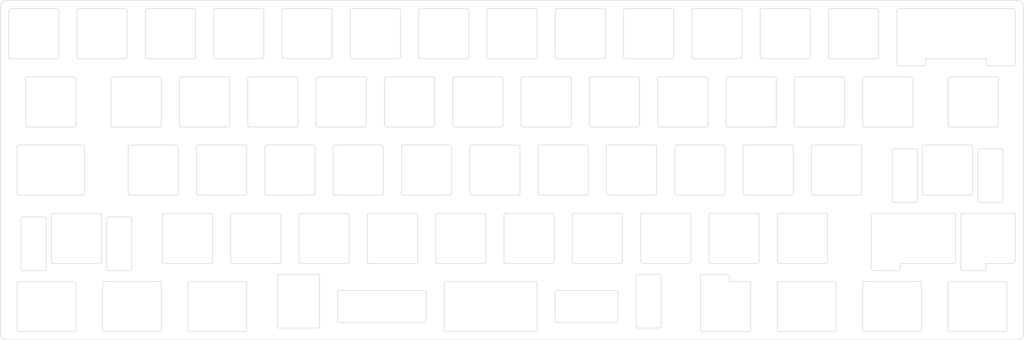
<source format=kicad_pcb>
(kicad_pcb (version 20171130) (host pcbnew 5.1.9)

  (general
    (thickness 1.6)
    (drawings 583)
    (tracks 0)
    (zones 0)
    (modules 0)
    (nets 1)
  )

  (page A4)
  (layers
    (0 F.Cu signal)
    (31 B.Cu signal)
    (32 B.Adhes user)
    (33 F.Adhes user)
    (34 B.Paste user)
    (35 F.Paste user)
    (36 B.SilkS user)
    (37 F.SilkS user)
    (38 B.Mask user)
    (39 F.Mask user)
    (40 Dwgs.User user)
    (41 Cmts.User user)
    (42 Eco1.User user)
    (43 Eco2.User user)
    (44 Edge.Cuts user)
    (45 Margin user)
    (46 B.CrtYd user)
    (47 F.CrtYd user)
    (48 B.Fab user)
    (49 F.Fab user)
  )

  (setup
    (last_trace_width 0.25)
    (trace_clearance 0.2)
    (zone_clearance 0.508)
    (zone_45_only no)
    (trace_min 0.2)
    (via_size 0.8)
    (via_drill 0.4)
    (via_min_size 0.4)
    (via_min_drill 0.3)
    (uvia_size 0.3)
    (uvia_drill 0.1)
    (uvias_allowed no)
    (uvia_min_size 0.2)
    (uvia_min_drill 0.1)
    (edge_width 0.05)
    (segment_width 0.2)
    (pcb_text_width 0.3)
    (pcb_text_size 1.5 1.5)
    (mod_edge_width 0.12)
    (mod_text_size 1 1)
    (mod_text_width 0.15)
    (pad_size 1.524 1.524)
    (pad_drill 0.762)
    (pad_to_mask_clearance 0)
    (aux_axis_origin 0 0)
    (visible_elements FFFFFF7F)
    (pcbplotparams
      (layerselection 0x010fc_ffffffff)
      (usegerberextensions true)
      (usegerberattributes true)
      (usegerberadvancedattributes true)
      (creategerberjobfile true)
      (excludeedgelayer true)
      (linewidth 0.100000)
      (plotframeref false)
      (viasonmask false)
      (mode 1)
      (useauxorigin false)
      (hpglpennumber 1)
      (hpglpenspeed 20)
      (hpglpendiameter 15.000000)
      (psnegative false)
      (psa4output false)
      (plotreference true)
      (plotvalue true)
      (plotinvisibletext false)
      (padsonsilk false)
      (subtractmaskfromsilk false)
      (outputformat 1)
      (mirror false)
      (drillshape 0)
      (scaleselection 1)
      (outputdirectory "gerber"))
  )

  (net 0 "")

  (net_class Default "This is the default net class."
    (clearance 0.2)
    (trace_width 0.25)
    (via_dia 0.8)
    (via_drill 0.4)
    (uvia_dia 0.3)
    (uvia_drill 0.1)
  )

  (gr_arc (start 298.317129 -61.641169) (end 298.817129 -61.641169) (angle -90) (layer Edge.Cuts) (width 0.15))
  (gr_arc (start 191.160879 -99.741169) (end 191.660879 -99.741169) (angle -90) (layer Edge.Cuts) (width 0.15))
  (gr_arc (start 48.285879 -105.791169) (end 48.285879 -105.291169) (angle -90) (layer Edge.Cuts) (width 0.15))
  (gr_line (start 38.254129 -60.641169) (end 38.254129 -46.641169) (layer Edge.Cuts) (width 0.15))
  (gr_arc (start 197.210879 -86.741169) (end 196.710879 -86.741169) (angle -90) (layer Edge.Cuts) (width 0.15))
  (gr_arc (start 73.385879 -105.791169) (end 72.885879 -105.791169) (angle -90) (layer Edge.Cuts) (width 0.15))
  (gr_line (start 154.348379 -48.141169) (end 167.348379 -48.141169) (layer Edge.Cuts) (width 0.15))
  (gr_arc (start 288.792129 -42.591169) (end 289.292129 -42.591169) (angle -90) (layer Edge.Cuts) (width 0.15))
  (gr_line (start 263.885879 -105.291169) (end 276.885879 -105.291169) (layer Edge.Cuts) (width 0.15))
  (gr_arc (start 182.923379 -67.691169) (end 182.423379 -67.691169) (angle -90) (layer Edge.Cuts) (width 0.15))
  (gr_arc (start 150.679629 -32.091169) (end 150.679629 -31.591169) (angle -90) (layer Edge.Cuts) (width 0.15))
  (gr_line (start 257.835879 -119.291169) (end 244.835879 -119.291169) (layer Edge.Cuts) (width 0.15))
  (gr_line (start 124.985879 -105.791169) (end 124.985879 -118.791169) (layer Edge.Cuts) (width 0.15))
  (gr_line (start 157.823379 -81.191169) (end 144.823379 -81.191169) (layer Edge.Cuts) (width 0.15))
  (gr_line (start 60.979629 -42.591169) (end 60.979629 -29.591169) (layer Edge.Cuts) (width 0.15))
  (gr_arc (start 92.435879 -105.791169) (end 91.935879 -105.791169) (angle -90) (layer Edge.Cuts) (width 0.15))
  (gr_arc (start 234.023379 -80.691169) (end 234.523379 -80.691169) (angle -90) (layer Edge.Cuts) (width 0.15))
  (gr_line (start 195.923379 -81.191169) (end 182.923379 -81.191169) (layer Edge.Cuts) (width 0.15))
  (gr_line (start 241.167129 -43.091169) (end 235.785879 -43.091169) (layer Edge.Cuts) (width 0.15))
  (gr_line (start 77.360879 -86.741169) (end 77.360879 -99.741169) (layer Edge.Cuts) (width 0.15))
  (gr_arc (start 135.298379 -61.641169) (end 135.298379 -62.141169) (angle -90) (layer Edge.Cuts) (width 0.15))
  (gr_line (start 96.410879 -86.741169) (end 96.410879 -99.741169) (layer Edge.Cuts) (width 0.15))
  (gr_line (start 168.635879 -105.291169) (end 181.635879 -105.291169) (layer Edge.Cuts) (width 0.15))
  (gr_line (start 224.998379 -48.641169) (end 224.998379 -61.641169) (layer Edge.Cuts) (width 0.15))
  (gr_arc (start 235.285879 -44.591169) (end 235.785879 -44.591169) (angle -90) (layer Edge.Cuts) (width 0.15))
  (gr_arc (start 240.073379 -80.691169) (end 240.073379 -81.191169) (angle -90) (layer Edge.Cuts) (width 0.15))
  (gr_arc (start 264.979629 -42.591169) (end 265.479629 -42.591169) (angle -90) (layer Edge.Cuts) (width 0.15))
  (gr_line (start 289.579629 -80.691169) (end 289.579629 -67.691169) (layer Edge.Cuts) (width 0.15))
  (gr_line (start 272.123379 -81.191169) (end 259.123379 -81.191169) (layer Edge.Cuts) (width 0.15))
  (gr_arc (start 114.960879 -99.741169) (end 115.460879 -99.741169) (angle -90) (layer Edge.Cuts) (width 0.15))
  (gr_arc (start 262.598379 -48.641169) (end 262.598379 -48.141169) (angle -90) (layer Edge.Cuts) (width 0.15))
  (gr_line (start 310.223379 -100.241169) (end 297.223379 -100.241169) (layer Edge.Cuts) (width 0.15))
  (gr_arc (start 192.448379 -61.641169) (end 192.448379 -62.141169) (angle -90) (layer Edge.Cuts) (width 0.15))
  (gr_line (start 153.560879 -86.741169) (end 153.560879 -99.741169) (layer Edge.Cuts) (width 0.15))
  (gr_line (start 120.510879 -99.741169) (end 120.510879 -86.741169) (layer Edge.Cuts) (width 0.15))
  (gr_arc (start 100.673379 -80.691169) (end 101.173379 -80.691169) (angle -90) (layer Edge.Cuts) (width 0.15))
  (gr_line (start 91.648379 -48.641169) (end 91.648379 -61.641169) (layer Edge.Cuts) (width 0.15))
  (gr_line (start 44.754129 -61.141169) (end 38.754129 -61.141169) (layer Edge.Cuts) (width 0.15))
  (gr_arc (start 210.210879 -99.741169) (end 210.710879 -99.741169) (angle -90) (layer Edge.Cuts) (width 0.15))
  (gr_line (start 91.148379 -62.141169) (end 78.148379 -62.141169) (layer Edge.Cuts) (width 0.15))
  (gr_line (start 67.335879 -119.291169) (end 54.335879 -119.291169) (layer Edge.Cuts) (width 0.15))
  (gr_line (start 235.285879 -45.091169) (end 228.167129 -45.091169) (layer Edge.Cuts) (width 0.15))
  (gr_arc (start 216.260879 -86.741169) (end 215.760879 -86.741169) (angle -90) (layer Edge.Cuts) (width 0.15))
  (gr_line (start 125.273379 -80.691169) (end 125.273379 -67.691169) (layer Edge.Cuts) (width 0.15))
  (gr_arc (start 97.198379 -61.641169) (end 97.198379 -62.141169) (angle -90) (layer Edge.Cuts) (width 0.15))
  (gr_line (start 34.785879 -118.791169) (end 34.785879 -105.791169) (layer Edge.Cuts) (width 0.15))
  (gr_line (start 249.098379 -42.591169) (end 249.098379 -29.591169) (layer Edge.Cuts) (width 0.15))
  (gr_arc (start 253.073379 -67.691169) (end 253.073379 -67.191169) (angle -90) (layer Edge.Cuts) (width 0.15))
  (gr_arc (start 61.479629 -29.591169) (end 60.979629 -29.591169) (angle -90) (layer Edge.Cuts) (width 0.15))
  (gr_line (start 205.948379 -48.641169) (end 205.948379 -61.641169) (layer Edge.Cuts) (width 0.15))
  (gr_line (start 307.898879 -103.291169) (end 314.985879 -103.291169) (layer Edge.Cuts) (width 0.15))
  (gr_line (start 248.310879 -100.241169) (end 235.310879 -100.241169) (layer Edge.Cuts) (width 0.15))
  (gr_line (start 228.167129 -29.091169) (end 241.167129 -29.091169) (layer Edge.Cuts) (width 0.15))
  (gr_arc (start 40.048379 -99.741169) (end 40.048379 -100.241169) (angle -90) (layer Edge.Cuts) (width 0.15))
  (gr_line (start 204.179629 -31.591169) (end 187.685879 -31.591169) (layer Edge.Cuts) (width 0.15))
  (gr_arc (start 275.792129 -46.641169) (end 275.292129 -46.641169) (angle -90) (layer Edge.Cuts) (width 0.15))
  (gr_line (start 187.185879 -118.791169) (end 187.185879 -105.791169) (layer Edge.Cuts) (width 0.15))
  (gr_arc (start 81.623379 -80.691169) (end 82.123379 -80.691169) (angle -90) (layer Edge.Cuts) (width 0.15))
  (gr_line (start 68.630129 -61.141169) (end 62.630129 -61.141169) (layer Edge.Cuts) (width 0.15))
  (gr_line (start 68.123379 -80.691169) (end 68.123379 -67.691169) (layer Edge.Cuts) (width 0.15))
  (gr_line (start 300.755129 -46.141169) (end 306.755129 -46.141169) (layer Edge.Cuts) (width 0.15))
  (gr_arc (start 125.773379 -67.691169) (end 125.273379 -67.691169) (angle -90) (layer Edge.Cuts) (width 0.15))
  (gr_arc (start 298.317129 -48.641169) (end 298.317129 -48.141169) (angle -90) (layer Edge.Cuts) (width 0.15))
  (gr_arc (start 76.860879 -29.591169) (end 76.860879 -29.091169) (angle -90) (layer Edge.Cuts) (width 0.15))
  (gr_arc (start 159.110879 -99.741169) (end 159.110879 -100.241169) (angle -90) (layer Edge.Cuts) (width 0.15))
  (gr_arc (start 176.873379 -67.691169) (end 176.873379 -67.191169) (angle -90) (layer Edge.Cuts) (width 0.15))
  (gr_arc (start 61.479629 -42.591169) (end 61.479629 -43.091169) (angle -90) (layer Edge.Cuts) (width 0.15))
  (gr_arc (start 67.335879 -118.791169) (end 67.835879 -118.791169) (angle -90) (layer Edge.Cuts) (width 0.15))
  (gr_arc (start 282.935879 -118.791169) (end 282.935879 -119.291169) (angle -90) (layer Edge.Cuts) (width 0.15))
  (gr_arc (start 150.679629 -40.091169) (end 151.179629 -40.091169) (angle -90) (layer Edge.Cuts) (width 0.15))
  (gr_line (start 61.479629 -29.091169) (end 76.860879 -29.091169) (layer Edge.Cuts) (width 0.15))
  (gr_arc (start 53.048379 -86.741169) (end 53.048379 -86.241169) (angle -90) (layer Edge.Cuts) (width 0.15))
  (gr_arc (start 181.635879 -29.591169) (end 181.635879 -29.091169) (angle -90) (layer Edge.Cuts) (width 0.15))
  (gr_line (start 187.685879 -40.591169) (end 204.179629 -40.591169) (layer Edge.Cuts) (width 0.15))
  (gr_arc (start 248.310879 -99.741169) (end 248.810879 -99.741169) (angle -90) (layer Edge.Cuts) (width 0.15))
  (gr_arc (start 85.292129 -29.591169) (end 84.792129 -29.591169) (angle -90) (layer Edge.Cuts) (width 0.15))
  (gr_line (start 76.860879 -100.241169) (end 63.860879 -100.241169) (layer Edge.Cuts) (width 0.15))
  (gr_line (start 162.585879 -119.291169) (end 149.585879 -119.291169) (layer Edge.Cuts) (width 0.15))
  (gr_arc (start 37.667129 -67.691169) (end 37.167129 -67.691169) (angle -90) (layer Edge.Cuts) (width 0.15))
  (gr_line (start 172.898379 -61.641169) (end 172.898379 -48.641169) (layer Edge.Cuts) (width 0.15))
  (gr_line (start 110.229629 -30.091169) (end 120.985879 -30.091169) (layer Edge.Cuts) (width 0.15))
  (gr_line (start 253.860879 -99.741169) (end 253.860879 -86.741169) (layer Edge.Cuts) (width 0.15))
  (gr_line (start 140.060879 -86.241169) (end 153.060879 -86.241169) (layer Edge.Cuts) (width 0.15))
  (gr_arc (start 273.410879 -99.741169) (end 273.410879 -100.241169) (angle -90) (layer Edge.Cuts) (width 0.15))
  (gr_arc (start 62.630129 -46.641169) (end 62.130129 -46.641169) (angle -90) (layer Edge.Cuts) (width 0.15))
  (gr_arc (start 172.110879 -86.741169) (end 172.110879 -86.241169) (angle -90) (layer Edge.Cuts) (width 0.15))
  (gr_arc (start 47.192129 -48.641169) (end 46.692129 -48.641169) (angle -90) (layer Edge.Cuts) (width 0.15))
  (gr_arc (start 312.604629 -42.591169) (end 313.104629 -42.591169) (angle -90) (layer Edge.Cuts) (width 0.15))
  (gr_line (start 81.623379 -81.191169) (end 68.623379 -81.191169) (layer Edge.Cuts) (width 0.15))
  (gr_arc (start 230.548379 -61.641169) (end 230.548379 -62.141169) (angle -90) (layer Edge.Cuts) (width 0.15))
  (gr_line (start 135.298379 -48.141169) (end 148.298379 -48.141169) (layer Edge.Cuts) (width 0.15))
  (gr_arc (start 140.060879 -99.741169) (end 140.060879 -100.241169) (angle -90) (layer Edge.Cuts) (width 0.15))
  (gr_arc (start 138.773379 -80.691169) (end 139.273379 -80.691169) (angle -90) (layer Edge.Cuts) (width 0.15))
  (gr_arc (start 297.223379 -29.591169) (end 296.723379 -29.591169) (angle -90) (layer Edge.Cuts) (width 0.15))
  (gr_line (start 248.810879 -86.741169) (end 248.810879 -99.741169) (layer Edge.Cuts) (width 0.15))
  (gr_line (start 116.248379 -48.141169) (end 129.248379 -48.141169) (layer Edge.Cuts) (width 0.15))
  (gr_arc (start 238.785879 -118.791169) (end 239.285879 -118.791169) (angle -90) (layer Edge.Cuts) (width 0.15))
  (gr_arc (start 244.835879 -118.791169) (end 244.835879 -119.291169) (angle -90) (layer Edge.Cuts) (width 0.15))
  (gr_arc (start 156.729629 -42.591169) (end 156.729629 -43.091169) (angle -90) (layer Edge.Cuts) (width 0.15))
  (gr_arc (start 37.667129 -29.591169) (end 37.167129 -29.591169) (angle -90) (layer Edge.Cuts) (width 0.15))
  (gr_line (start 216.229629 -45.091169) (end 210.229629 -45.091169) (layer Edge.Cuts) (width 0.15))
  (gr_arc (start 53.048379 -99.741169) (end 53.548379 -99.741169) (angle -90) (layer Edge.Cuts) (width 0.15))
  (gr_arc (start 120.985879 -30.591169) (end 120.985879 -30.091169) (angle -90) (layer Edge.Cuts) (width 0.15))
  (gr_arc (start 40.048379 -86.741169) (end 39.548379 -86.741169) (angle -90) (layer Edge.Cuts) (width 0.15))
  (gr_arc (start 60.192129 -48.641169) (end 60.192129 -48.141169) (angle -90) (layer Edge.Cuts) (width 0.15))
  (gr_line (start 303.579629 -67.691169) (end 303.579629 -80.691169) (layer Edge.Cuts) (width 0.15))
  (gr_arc (start 197.210879 -99.741169) (end 197.210879 -100.241169) (angle -90) (layer Edge.Cuts) (width 0.15))
  (gr_arc (start 216.229629 -44.591169) (end 216.729629 -44.591169) (angle -90) (layer Edge.Cuts) (width 0.15))
  (gr_arc (start 259.123379 -67.691169) (end 258.623379 -67.691169) (angle -90) (layer Edge.Cuts) (width 0.15))
  (gr_line (start 264.979629 -43.091169) (end 249.598379 -43.091169) (layer Edge.Cuts) (width 0.15))
  (gr_arc (start 153.060879 -99.741169) (end 153.560879 -99.741169) (angle -90) (layer Edge.Cuts) (width 0.15))
  (gr_line (start 201.185879 -105.791169) (end 201.185879 -118.791169) (layer Edge.Cuts) (width 0.15))
  (gr_arc (start 287.641629 -79.691169) (end 288.141629 -79.691169) (angle -90) (layer Edge.Cuts) (width 0.15))
  (gr_arc (start 119.723379 -80.691169) (end 120.223379 -80.691169) (angle -90) (layer Edge.Cuts) (width 0.15))
  (gr_arc (start 249.598379 -61.641169) (end 249.598379 -62.141169) (angle -90) (layer Edge.Cuts) (width 0.15))
  (gr_line (start 191.660879 -86.741169) (end 191.660879 -99.741169) (layer Edge.Cuts) (width 0.15))
  (gr_arc (start 300.755129 -46.641169) (end 300.255129 -46.641169) (angle -90) (layer Edge.Cuts) (width 0.15))
  (gr_arc (start 35.285879 -105.791169) (end 34.785879 -105.791169) (angle -90) (layer Edge.Cuts) (width 0.15))
  (gr_line (start 313.104629 -29.591169) (end 313.104629 -42.591169) (layer Edge.Cuts) (width 0.15))
  (gr_line (start 148.798379 -48.641169) (end 148.798379 -61.641169) (layer Edge.Cuts) (width 0.15))
  (gr_line (start 73.385879 -105.291169) (end 86.385879 -105.291169) (layer Edge.Cuts) (width 0.15))
  (gr_line (start 210.210879 -100.241169) (end 197.210879 -100.241169) (layer Edge.Cuts) (width 0.15))
  (gr_line (start 101.173379 -29.591169) (end 101.173379 -42.591169) (layer Edge.Cuts) (width 0.15))
  (gr_arc (start 97.198379 -48.641169) (end 96.698379 -48.641169) (angle -90) (layer Edge.Cuts) (width 0.15))
  (gr_line (start 32.460879 -119.616169) (end 32.460879 -28.766169) (layer Edge.Cuts) (width 0.15))
  (gr_line (start 144.823379 -67.191169) (end 157.823379 -67.191169) (layer Edge.Cuts) (width 0.15))
  (gr_line (start 92.435879 -105.291169) (end 105.435879 -105.291169) (layer Edge.Cuts) (width 0.15))
  (gr_line (start 206.235879 -118.791169) (end 206.235879 -105.791169) (layer Edge.Cuts) (width 0.15))
  (gr_arc (start 148.298379 -61.641169) (end 148.798379 -61.641169) (angle -90) (layer Edge.Cuts) (width 0.15))
  (gr_line (start 276.885879 -119.291169) (end 263.885879 -119.291169) (layer Edge.Cuts) (width 0.15))
  (gr_line (start 91.935879 -118.791169) (end 91.935879 -105.791169) (layer Edge.Cuts) (width 0.15))
  (gr_line (start 72.885879 -118.791169) (end 72.885879 -105.791169) (layer Edge.Cuts) (width 0.15))
  (gr_line (start 244.835879 -105.291169) (end 257.835879 -105.291169) (layer Edge.Cuts) (width 0.15))
  (gr_line (start 186.898379 -48.641169) (end 186.898379 -61.641169) (layer Edge.Cuts) (width 0.15))
  (gr_line (start 253.573379 -67.691169) (end 253.573379 -80.691169) (layer Edge.Cuts) (width 0.15))
  (gr_line (start 156.729629 -29.091169) (end 181.635879 -29.091169) (layer Edge.Cuts) (width 0.15))
  (gr_arc (start 307.898879 -103.791169) (end 307.398879 -103.791169) (angle -90) (layer Edge.Cuts) (width 0.15))
  (gr_arc (start 259.123379 -80.691169) (end 259.123379 -81.191169) (angle -90) (layer Edge.Cuts) (width 0.15))
  (gr_line (start 182.135879 -105.791169) (end 182.135879 -118.791169) (layer Edge.Cuts) (width 0.15))
  (gr_line (start 235.785879 -43.091169) (end 235.785879 -44.591169) (layer Edge.Cuts) (width 0.15))
  (gr_arc (start 210.229629 -30.591169) (end 209.729629 -30.591169) (angle -90) (layer Edge.Cuts) (width 0.15))
  (gr_arc (start 310.223379 -99.741169) (end 310.723379 -99.741169) (angle -90) (layer Edge.Cuts) (width 0.15))
  (gr_arc (start 315.810879 -28.766169) (end 315.810879 -26.766169) (angle -90) (layer Edge.Cuts) (width 0.15))
  (gr_line (start 134.010879 -100.241169) (end 121.010879 -100.241169) (layer Edge.Cuts) (width 0.15))
  (gr_arc (start 168.635879 -105.791169) (end 168.135879 -105.791169) (angle -90) (layer Edge.Cuts) (width 0.15))
  (gr_line (start 305.017629 -79.691169) (end 305.017629 -65.691169) (layer Edge.Cuts) (width 0.15))
  (gr_arc (start 191.160879 -86.741169) (end 191.160879 -86.241169) (angle -90) (layer Edge.Cuts) (width 0.15))
  (gr_arc (start 157.823379 -67.691169) (end 157.823379 -67.191169) (angle -90) (layer Edge.Cuts) (width 0.15))
  (gr_line (start 172.110879 -100.241169) (end 159.110879 -100.241169) (layer Edge.Cuts) (width 0.15))
  (gr_arc (start 314.985879 -48.641169) (end 314.985879 -48.141169) (angle -90) (layer Edge.Cuts) (width 0.15))
  (gr_line (start 197.210879 -86.241169) (end 210.210879 -86.241169) (layer Edge.Cuts) (width 0.15))
  (gr_line (start 106.223379 -80.691169) (end 106.223379 -67.691169) (layer Edge.Cuts) (width 0.15))
  (gr_arc (start 110.198379 -61.641169) (end 110.698379 -61.641169) (angle -90) (layer Edge.Cuts) (width 0.15))
  (gr_line (start 177.660879 -99.741169) (end 177.660879 -86.741169) (layer Edge.Cuts) (width 0.15))
  (gr_line (start 100.673379 -43.091169) (end 85.292129 -43.091169) (layer Edge.Cuts) (width 0.15))
  (gr_line (start 216.260879 -86.241169) (end 229.260879 -86.241169) (layer Edge.Cuts) (width 0.15))
  (gr_line (start 227.667129 -44.591169) (end 227.667129 -29.591169) (layer Edge.Cuts) (width 0.15))
  (gr_arc (start 106.723379 -80.691169) (end 106.723379 -81.191169) (angle -90) (layer Edge.Cuts) (width 0.15))
  (gr_arc (start 129.248379 -61.641169) (end 129.748379 -61.641169) (angle -90) (layer Edge.Cuts) (width 0.15))
  (gr_line (start 307.398879 -105.291169) (end 307.398879 -103.791169) (layer Edge.Cuts) (width 0.15))
  (gr_arc (start 290.022879 -103.791169) (end 290.022879 -103.291169) (angle -90) (layer Edge.Cuts) (width 0.15))
  (gr_line (start 121.485879 -30.591169) (end 121.485879 -44.591169) (layer Edge.Cuts) (width 0.15))
  (gr_arc (start 54.335879 -118.791169) (end 54.335879 -119.291169) (angle -90) (layer Edge.Cuts) (width 0.15))
  (gr_line (start 221.023379 -67.191169) (end 234.023379 -67.191169) (layer Edge.Cuts) (width 0.15))
  (gr_arc (start 167.348379 -61.641169) (end 167.848379 -61.641169) (angle -90) (layer Edge.Cuts) (width 0.15))
  (gr_arc (start 149.585879 -105.791169) (end 149.085879 -105.791169) (angle -90) (layer Edge.Cuts) (width 0.15))
  (gr_arc (start 241.167129 -29.591169) (end 241.167129 -29.091169) (angle -90) (layer Edge.Cuts) (width 0.15))
  (gr_line (start 149.585879 -105.291169) (end 162.585879 -105.291169) (layer Edge.Cuts) (width 0.15))
  (gr_arc (start 221.023379 -80.691169) (end 221.023379 -81.191169) (angle -90) (layer Edge.Cuts) (width 0.15))
  (gr_arc (start 254.360879 -86.741169) (end 253.860879 -86.741169) (angle -90) (layer Edge.Cuts) (width 0.15))
  (gr_arc (start 162.585879 -118.791169) (end 163.085879 -118.791169) (angle -90) (layer Edge.Cuts) (width 0.15))
  (gr_arc (start 297.223379 -86.741169) (end 296.723379 -86.741169) (angle -90) (layer Edge.Cuts) (width 0.15))
  (gr_arc (start 216.260879 -99.741169) (end 216.260879 -100.241169) (angle -90) (layer Edge.Cuts) (width 0.15))
  (gr_arc (start 267.360879 -99.741169) (end 267.860879 -99.741169) (angle -90) (layer Edge.Cuts) (width 0.15))
  (gr_line (start 187.685879 -105.291169) (end 200.685879 -105.291169) (layer Edge.Cuts) (width 0.15))
  (gr_line (start 283.379129 -46.641169) (end 283.379129 -48.141169) (layer Edge.Cuts) (width 0.15))
  (gr_line (start 239.285879 -105.791169) (end 239.285879 -118.791169) (layer Edge.Cuts) (width 0.15))
  (gr_line (start 110.698379 -48.641169) (end 110.698379 -61.641169) (layer Edge.Cuts) (width 0.15))
  (gr_arc (start 172.110879 -99.741169) (end 172.610879 -99.741169) (angle -90) (layer Edge.Cuts) (width 0.15))
  (gr_arc (start 55.429629 -80.691169) (end 55.929629 -80.691169) (angle -90) (layer Edge.Cuts) (width 0.15))
  (gr_line (start 298.817129 -48.641169) (end 298.817129 -61.641169) (layer Edge.Cuts) (width 0.15))
  (gr_line (start 177.373379 -67.691169) (end 177.373379 -80.691169) (layer Edge.Cuts) (width 0.15))
  (gr_line (start 77.648379 -61.641169) (end 77.648379 -48.641169) (layer Edge.Cuts) (width 0.15))
  (gr_arc (start 178.160879 -99.741169) (end 178.160879 -100.241169) (angle -90) (layer Edge.Cuts) (width 0.15))
  (gr_line (start 158.323379 -67.691169) (end 158.323379 -80.691169) (layer Edge.Cuts) (width 0.15))
  (gr_arc (start 86.385879 -118.791169) (end 86.885879 -118.791169) (angle -90) (layer Edge.Cuts) (width 0.15))
  (gr_line (start 163.373379 -80.691169) (end 163.373379 -67.691169) (layer Edge.Cuts) (width 0.15))
  (gr_line (start 263.385879 -118.791169) (end 263.385879 -105.791169) (layer Edge.Cuts) (width 0.15))
  (gr_line (start 144.035879 -105.791169) (end 144.035879 -118.791169) (layer Edge.Cuts) (width 0.15))
  (gr_line (start 127.035879 -40.591169) (end 150.679629 -40.591169) (layer Edge.Cuts) (width 0.15))
  (gr_arc (start 257.835879 -118.791169) (end 258.335879 -118.791169) (angle -90) (layer Edge.Cuts) (width 0.15))
  (gr_line (start 182.923379 -67.191169) (end 195.923379 -67.191169) (layer Edge.Cuts) (width 0.15))
  (gr_arc (start 124.485879 -118.791169) (end 124.985879 -118.791169) (angle -90) (layer Edge.Cuts) (width 0.15))
  (gr_line (start 86.385879 -119.291169) (end 73.385879 -119.291169) (layer Edge.Cuts) (width 0.15))
  (gr_line (start 53.048379 -100.241169) (end 40.048379 -100.241169) (layer Edge.Cuts) (width 0.15))
  (gr_line (start 84.792129 -42.591169) (end 84.792129 -29.591169) (layer Edge.Cuts) (width 0.15))
  (gr_line (start 110.985879 -118.791169) (end 110.985879 -105.791169) (layer Edge.Cuts) (width 0.15))
  (gr_arc (start 240.073379 -67.691169) (end 239.573379 -67.691169) (angle -90) (layer Edge.Cuts) (width 0.15))
  (gr_line (start 317.810879 -28.766169) (end 317.810879 -119.616169) (layer Edge.Cuts) (width 0.15))
  (gr_line (start 286.910879 -86.741169) (end 286.910879 -99.741169) (layer Edge.Cuts) (width 0.15))
  (gr_arc (start 281.641629 -65.691169) (end 281.141629 -65.691169) (angle -90) (layer Edge.Cuts) (width 0.15))
  (gr_line (start 272.910879 -99.741169) (end 272.910879 -86.741169) (layer Edge.Cuts) (width 0.15))
  (gr_arc (start 44.754129 -46.641169) (end 44.754129 -46.141169) (angle -90) (layer Edge.Cuts) (width 0.15))
  (gr_line (start 314.985879 -62.141169) (end 300.755129 -62.141169) (layer Edge.Cuts) (width 0.15))
  (gr_arc (start 219.735879 -118.791169) (end 220.235879 -118.791169) (angle -90) (layer Edge.Cuts) (width 0.15))
  (gr_line (start 35.285879 -105.291169) (end 48.285879 -105.291169) (layer Edge.Cuts) (width 0.15))
  (gr_arc (start 44.754129 -60.641169) (end 45.254129 -60.641169) (angle -90) (layer Edge.Cuts) (width 0.15))
  (gr_line (start 119.723379 -81.191169) (end 106.723379 -81.191169) (layer Edge.Cuts) (width 0.15))
  (gr_line (start 76.860879 -43.091169) (end 61.479629 -43.091169) (layer Edge.Cuts) (width 0.15))
  (gr_arc (start 38.754129 -60.641169) (end 38.754129 -61.141169) (angle -90) (layer Edge.Cuts) (width 0.15))
  (gr_arc (start 144.823379 -67.691169) (end 144.323379 -67.691169) (angle -90) (layer Edge.Cuts) (width 0.15))
  (gr_line (start 138.773379 -81.191169) (end 125.773379 -81.191169) (layer Edge.Cuts) (width 0.15))
  (gr_line (start 48.285879 -119.291169) (end 35.285879 -119.291169) (layer Edge.Cuts) (width 0.15))
  (gr_arc (start 314.985879 -118.791169) (end 315.485879 -118.791169) (angle -90) (layer Edge.Cuts) (width 0.15))
  (gr_line (start 249.598379 -29.091169) (end 264.979629 -29.091169) (layer Edge.Cuts) (width 0.15))
  (gr_line (start 289.292129 -29.591169) (end 289.292129 -42.591169) (layer Edge.Cuts) (width 0.15))
  (gr_line (start 238.785879 -119.291169) (end 225.785879 -119.291169) (layer Edge.Cuts) (width 0.15))
  (gr_arc (start 205.448379 -48.641169) (end 205.448379 -48.141169) (angle -90) (layer Edge.Cuts) (width 0.15))
  (gr_arc (start 200.685879 -105.791169) (end 200.685879 -105.291169) (angle -90) (layer Edge.Cuts) (width 0.15))
  (gr_arc (start 221.023379 -67.691169) (end 220.523379 -67.691169) (angle -90) (layer Edge.Cuts) (width 0.15))
  (gr_arc (start 315.810879 -119.616169) (end 317.810879 -119.616169) (angle -90) (layer Edge.Cuts) (width 0.15))
  (gr_line (start 253.073379 -81.191169) (end 240.073379 -81.191169) (layer Edge.Cuts) (width 0.15))
  (gr_line (start 109.729629 -44.591169) (end 109.729629 -30.591169) (layer Edge.Cuts) (width 0.15))
  (gr_line (start 191.948379 -61.641169) (end 191.948379 -48.641169) (layer Edge.Cuts) (width 0.15))
  (gr_line (start 130.035879 -118.791169) (end 130.035879 -105.791169) (layer Edge.Cuts) (width 0.15))
  (gr_line (start 297.223379 -86.241169) (end 310.223379 -86.241169) (layer Edge.Cuts) (width 0.15))
  (gr_line (start 267.360879 -100.241169) (end 254.360879 -100.241169) (layer Edge.Cuts) (width 0.15))
  (gr_line (start 38.754129 -46.141169) (end 44.754129 -46.141169) (layer Edge.Cuts) (width 0.15))
  (gr_arc (start 300.755129 -61.641169) (end 300.755129 -62.141169) (angle -90) (layer Edge.Cuts) (width 0.15))
  (gr_line (start 45.254129 -46.641169) (end 45.254129 -60.641169) (layer Edge.Cuts) (width 0.15))
  (gr_line (start 97.198379 -48.141169) (end 110.198379 -48.141169) (layer Edge.Cuts) (width 0.15))
  (gr_line (start 210.710879 -86.741169) (end 210.710879 -99.741169) (layer Edge.Cuts) (width 0.15))
  (gr_arc (start 53.048379 -42.591169) (end 53.548379 -42.591169) (angle -90) (layer Edge.Cuts) (width 0.15))
  (gr_arc (start 229.260879 -86.741169) (end 229.260879 -86.241169) (angle -90) (layer Edge.Cuts) (width 0.15))
  (gr_arc (start 48.285879 -118.791169) (end 48.785879 -118.791169) (angle -90) (layer Edge.Cuts) (width 0.15))
  (gr_arc (start 62.630129 -60.641169) (end 62.630129 -61.141169) (angle -90) (layer Edge.Cuts) (width 0.15))
  (gr_line (start 272.910879 -42.591169) (end 272.910879 -29.591169) (layer Edge.Cuts) (width 0.15))
  (gr_arc (start 167.348379 -48.641169) (end 167.348379 -48.141169) (angle -90) (layer Edge.Cuts) (width 0.15))
  (gr_line (start 196.710879 -99.741169) (end 196.710879 -86.741169) (layer Edge.Cuts) (width 0.15))
  (gr_line (start 96.698379 -61.641169) (end 96.698379 -48.641169) (layer Edge.Cuts) (width 0.15))
  (gr_line (start 288.792129 -43.091169) (end 273.410879 -43.091169) (layer Edge.Cuts) (width 0.15))
  (gr_line (start 290.522879 -105.291169) (end 307.398879 -105.291169) (layer Edge.Cuts) (width 0.15))
  (gr_line (start 176.873379 -81.191169) (end 163.873379 -81.191169) (layer Edge.Cuts) (width 0.15))
  (gr_line (start 181.635879 -43.091169) (end 156.729629 -43.091169) (layer Edge.Cuts) (width 0.15))
  (gr_line (start 196.423379 -67.691169) (end 196.423379 -80.691169) (layer Edge.Cuts) (width 0.15))
  (gr_arc (start 225.785879 -118.791169) (end 225.785879 -119.291169) (angle -90) (layer Edge.Cuts) (width 0.15))
  (gr_arc (start 187.685879 -32.091169) (end 187.185879 -32.091169) (angle -90) (layer Edge.Cuts) (width 0.15))
  (gr_line (start 105.435879 -119.291169) (end 92.435879 -119.291169) (layer Edge.Cuts) (width 0.15))
  (gr_arc (start 314.985879 -103.791169) (end 314.985879 -103.291169) (angle -90) (layer Edge.Cuts) (width 0.15))
  (gr_line (start 134.798379 -61.641169) (end 134.798379 -48.641169) (layer Edge.Cuts) (width 0.15))
  (gr_arc (start 182.923379 -80.691169) (end 182.923379 -81.191169) (angle -90) (layer Edge.Cuts) (width 0.15))
  (gr_arc (start 95.910879 -86.741169) (end 95.910879 -86.241169) (angle -90) (layer Edge.Cuts) (width 0.15))
  (gr_arc (start 63.860879 -99.741169) (end 63.860879 -100.241169) (angle -90) (layer Edge.Cuts) (width 0.15))
  (gr_arc (start 130.535879 -118.791169) (end 130.535879 -119.291169) (angle -90) (layer Edge.Cuts) (width 0.15))
  (gr_line (start 310.723379 -86.741169) (end 310.723379 -99.741169) (layer Edge.Cuts) (width 0.15))
  (gr_arc (start 153.060879 -86.741169) (end 153.060879 -86.241169) (angle -90) (layer Edge.Cuts) (width 0.15))
  (gr_arc (start 219.735879 -105.791169) (end 219.735879 -105.291169) (angle -90) (layer Edge.Cuts) (width 0.15))
  (gr_arc (start 235.310879 -99.741169) (end 235.310879 -100.241169) (angle -90) (layer Edge.Cuts) (width 0.15))
  (gr_arc (start 305.517629 -79.691169) (end 305.517629 -80.191169) (angle -90) (layer Edge.Cuts) (width 0.15))
  (gr_line (start 149.085879 -118.791169) (end 149.085879 -105.791169) (layer Edge.Cuts) (width 0.15))
  (gr_line (start 220.235879 -105.791169) (end 220.235879 -118.791169) (layer Edge.Cuts) (width 0.15))
  (gr_line (start 275.292129 -61.641169) (end 275.292129 -46.641169) (layer Edge.Cuts) (width 0.15))
  (gr_line (start 311.517629 -80.191169) (end 305.517629 -80.191169) (layer Edge.Cuts) (width 0.15))
  (gr_line (start 55.929629 -67.691169) (end 55.929629 -80.691169) (layer Edge.Cuts) (width 0.15))
  (gr_line (start 158.610879 -99.741169) (end 158.610879 -86.741169) (layer Edge.Cuts) (width 0.15))
  (gr_line (start 296.723379 -42.591169) (end 296.723379 -29.591169) (layer Edge.Cuts) (width 0.15))
  (gr_line (start 139.560879 -99.741169) (end 139.560879 -86.741169) (layer Edge.Cuts) (width 0.15))
  (gr_line (start 315.485879 -48.641169) (end 315.485879 -61.641169) (layer Edge.Cuts) (width 0.15))
  (gr_line (start 37.667129 -29.091169) (end 53.048379 -29.091169) (layer Edge.Cuts) (width 0.15))
  (gr_arc (start 34.460879 -119.616169) (end 34.460879 -121.616169) (angle -90) (layer Edge.Cuts) (width 0.15))
  (gr_arc (start 225.785879 -105.791169) (end 225.285879 -105.791169) (angle -90) (layer Edge.Cuts) (width 0.15))
  (gr_arc (start 111.485879 -105.791169) (end 110.985879 -105.791169) (angle -90) (layer Edge.Cuts) (width 0.15))
  (gr_line (start 173.398379 -48.141169) (end 186.398379 -48.141169) (layer Edge.Cuts) (width 0.15))
  (gr_line (start 234.523379 -67.691169) (end 234.523379 -80.691169) (layer Edge.Cuts) (width 0.15))
  (gr_arc (start 263.885879 -118.791169) (end 263.885879 -119.291169) (angle -90) (layer Edge.Cuts) (width 0.15))
  (gr_arc (start 105.435879 -118.791169) (end 105.935879 -118.791169) (angle -90) (layer Edge.Cuts) (width 0.15))
  (gr_line (start 124.485879 -119.291169) (end 111.485879 -119.291169) (layer Edge.Cuts) (width 0.15))
  (gr_arc (start 224.498379 -48.641169) (end 224.498379 -48.141169) (angle -90) (layer Edge.Cuts) (width 0.15))
  (gr_arc (start 130.535879 -105.791169) (end 130.035879 -105.791169) (angle -90) (layer Edge.Cuts) (width 0.15))
  (gr_line (start 215.760879 -99.741169) (end 215.760879 -86.741169) (layer Edge.Cuts) (width 0.15))
  (gr_line (start 288.141629 -65.691169) (end 288.141629 -79.691169) (layer Edge.Cuts) (width 0.15))
  (gr_arc (start 134.010879 -86.741169) (end 134.010879 -86.241169) (angle -90) (layer Edge.Cuts) (width 0.15))
  (gr_line (start 267.860879 -86.741169) (end 267.860879 -99.741169) (layer Edge.Cuts) (width 0.15))
  (gr_arc (start 224.498379 -61.641169) (end 224.998379 -61.641169) (angle -90) (layer Edge.Cuts) (width 0.15))
  (gr_arc (start 310.223379 -86.741169) (end 310.223379 -86.241169) (angle -90) (layer Edge.Cuts) (width 0.15))
  (gr_line (start 60.692129 -48.641169) (end 60.692129 -61.641169) (layer Edge.Cuts) (width 0.15))
  (gr_line (start 265.479629 -29.591169) (end 265.479629 -42.591169) (layer Edge.Cuts) (width 0.15))
  (gr_arc (start 100.673379 -67.691169) (end 100.673379 -67.191169) (angle -90) (layer Edge.Cuts) (width 0.15))
  (gr_line (start 224.498379 -62.141169) (end 211.498379 -62.141169) (layer Edge.Cuts) (width 0.15))
  (gr_arc (start 257.835879 -105.791169) (end 257.835879 -105.291169) (angle -90) (layer Edge.Cuts) (width 0.15))
  (gr_arc (start 282.879129 -46.641169) (end 282.879129 -46.141169) (angle -90) (layer Edge.Cuts) (width 0.15))
  (gr_arc (start 290.079629 -80.691169) (end 290.079629 -81.191169) (angle -90) (layer Edge.Cuts) (width 0.15))
  (gr_arc (start 121.010879 -86.741169) (end 120.510879 -86.741169) (angle -90) (layer Edge.Cuts) (width 0.15))
  (gr_line (start 225.785879 -105.291169) (end 238.785879 -105.291169) (layer Edge.Cuts) (width 0.15))
  (gr_line (start 230.048379 -61.641169) (end 230.048379 -48.641169) (layer Edge.Cuts) (width 0.15))
  (gr_line (start 159.110879 -86.241169) (end 172.110879 -86.241169) (layer Edge.Cuts) (width 0.15))
  (gr_line (start 200.685879 -119.291169) (end 187.685879 -119.291169) (layer Edge.Cuts) (width 0.15))
  (gr_line (start 139.273379 -67.691169) (end 139.273379 -80.691169) (layer Edge.Cuts) (width 0.15))
  (gr_arc (start 78.148379 -48.641169) (end 77.648379 -48.641169) (angle -90) (layer Edge.Cuts) (width 0.15))
  (gr_line (start 298.317129 -62.141169) (end 275.792129 -62.141169) (layer Edge.Cuts) (width 0.15))
  (gr_line (start 78.148379 -48.141169) (end 91.148379 -48.141169) (layer Edge.Cuts) (width 0.15))
  (gr_arc (start 148.298379 -48.641169) (end 148.298379 -48.141169) (angle -90) (layer Edge.Cuts) (width 0.15))
  (gr_arc (start 249.598379 -42.591169) (end 249.598379 -43.091169) (angle -90) (layer Edge.Cuts) (width 0.15))
  (gr_line (start 191.160879 -100.241169) (end 178.160879 -100.241169) (layer Edge.Cuts) (width 0.15))
  (gr_arc (start 100.673379 -42.591169) (end 101.173379 -42.591169) (angle -90) (layer Edge.Cuts) (width 0.15))
  (gr_arc (start 248.310879 -86.741169) (end 248.310879 -86.241169) (angle -90) (layer Edge.Cuts) (width 0.15))
  (gr_arc (start 163.873379 -67.691169) (end 163.373379 -67.691169) (angle -90) (layer Edge.Cuts) (width 0.15))
  (gr_line (start 307.255129 -48.141169) (end 314.985879 -48.141169) (layer Edge.Cuts) (width 0.15))
  (gr_arc (start 249.598379 -29.591169) (end 249.098379 -29.591169) (angle -90) (layer Edge.Cuts) (width 0.15))
  (gr_arc (start 276.885879 -105.791169) (end 276.885879 -105.291169) (angle -90) (layer Edge.Cuts) (width 0.15))
  (gr_arc (start 195.923379 -80.691169) (end 196.423379 -80.691169) (angle -90) (layer Edge.Cuts) (width 0.15))
  (gr_arc (start 241.167129 -42.591169) (end 241.667129 -42.591169) (angle -90) (layer Edge.Cuts) (width 0.15))
  (gr_arc (start 276.885879 -118.791169) (end 277.385879 -118.791169) (angle -90) (layer Edge.Cuts) (width 0.15))
  (gr_arc (start 73.385879 -118.791169) (end 73.385879 -119.291169) (angle -90) (layer Edge.Cuts) (width 0.15))
  (gr_line (start 290.522879 -103.791169) (end 290.522879 -105.291169) (layer Edge.Cuts) (width 0.15))
  (gr_arc (start 234.023379 -67.691169) (end 234.023379 -67.191169) (angle -90) (layer Edge.Cuts) (width 0.15))
  (gr_arc (start 76.860879 -86.741169) (end 76.860879 -86.241169) (angle -90) (layer Edge.Cuts) (width 0.15))
  (gr_arc (start 176.873379 -80.691169) (end 177.373379 -80.691169) (angle -90) (layer Edge.Cuts) (width 0.15))
  (gr_arc (start 154.348379 -48.641169) (end 153.848379 -48.641169) (angle -90) (layer Edge.Cuts) (width 0.15))
  (gr_line (start 182.423379 -80.691169) (end 182.423379 -67.691169) (layer Edge.Cuts) (width 0.15))
  (gr_line (start 63.860879 -86.241169) (end 76.860879 -86.241169) (layer Edge.Cuts) (width 0.15))
  (gr_arc (start 114.960879 -86.741169) (end 114.960879 -86.241169) (angle -90) (layer Edge.Cuts) (width 0.15))
  (gr_arc (start 187.685879 -40.091169) (end 187.685879 -40.591169) (angle -90) (layer Edge.Cuts) (width 0.15))
  (gr_arc (start 311.517629 -79.691169) (end 312.017629 -79.691169) (angle -90) (layer Edge.Cuts) (width 0.15))
  (gr_arc (start 235.310879 -86.741169) (end 234.810879 -86.741169) (angle -90) (layer Edge.Cuts) (width 0.15))
  (gr_line (start 204.679629 -40.091169) (end 204.679629 -32.091169) (layer Edge.Cuts) (width 0.15))
  (gr_line (start 281.641629 -65.191169) (end 287.641629 -65.191169) (layer Edge.Cuts) (width 0.15))
  (gr_arc (start 101.960879 -86.741169) (end 101.460879 -86.741169) (angle -90) (layer Edge.Cuts) (width 0.15))
  (gr_line (start 143.535879 -119.291169) (end 130.535879 -119.291169) (layer Edge.Cuts) (width 0.15))
  (gr_arc (start 303.079629 -80.691169) (end 303.579629 -80.691169) (angle -90) (layer Edge.Cuts) (width 0.15))
  (gr_line (start 134.510879 -86.741169) (end 134.510879 -99.741169) (layer Edge.Cuts) (width 0.15))
  (gr_arc (start 311.517629 -65.691169) (end 311.517629 -65.191169) (angle -90) (layer Edge.Cuts) (width 0.15))
  (gr_line (start 243.548379 -62.141169) (end 230.548379 -62.141169) (layer Edge.Cuts) (width 0.15))
  (gr_arc (start 297.223379 -99.741169) (end 297.223379 -100.241169) (angle -90) (layer Edge.Cuts) (width 0.15))
  (gr_line (start 55.429629 -81.191169) (end 37.667129 -81.191169) (layer Edge.Cuts) (width 0.15))
  (gr_line (start 300.255129 -61.641169) (end 300.255129 -46.641169) (layer Edge.Cuts) (width 0.15))
  (gr_line (start 87.173379 -80.691169) (end 87.173379 -67.691169) (layer Edge.Cuts) (width 0.15))
  (gr_line (start 249.098379 -61.641169) (end 249.098379 -48.641169) (layer Edge.Cuts) (width 0.15))
  (gr_arc (start 86.385879 -105.791169) (end 86.385879 -105.291169) (angle -90) (layer Edge.Cuts) (width 0.15))
  (gr_arc (start 38.754129 -46.641169) (end 38.254129 -46.641169) (angle -90) (layer Edge.Cuts) (width 0.15))
  (gr_arc (start 87.673379 -80.691169) (end 87.673379 -81.191169) (angle -90) (layer Edge.Cuts) (width 0.15))
  (gr_line (start 37.167129 -42.591169) (end 37.167129 -29.591169) (layer Edge.Cuts) (width 0.15))
  (gr_arc (start 306.755129 -46.641169) (end 306.755129 -46.141169) (angle -90) (layer Edge.Cuts) (width 0.15))
  (gr_arc (start 127.035879 -32.091169) (end 126.535879 -32.091169) (angle -90) (layer Edge.Cuts) (width 0.15))
  (gr_arc (start 105.435879 -105.791169) (end 105.435879 -105.291169) (angle -90) (layer Edge.Cuts) (width 0.15))
  (gr_line (start 314.985879 -119.291169) (end 282.935879 -119.291169) (layer Edge.Cuts) (width 0.15))
  (gr_line (start 151.179629 -40.091169) (end 151.179629 -32.091169) (layer Edge.Cuts) (width 0.15))
  (gr_line (start 241.667129 -29.591169) (end 241.667129 -42.591169) (layer Edge.Cuts) (width 0.15))
  (gr_arc (start 244.835879 -105.791169) (end 244.335879 -105.791169) (angle -90) (layer Edge.Cuts) (width 0.15))
  (gr_line (start 126.535879 -32.091169) (end 126.535879 -40.091169) (layer Edge.Cuts) (width 0.15))
  (gr_line (start 111.485879 -105.291169) (end 124.485879 -105.291169) (layer Edge.Cuts) (width 0.15))
  (gr_line (start 167.348379 -62.141169) (end 154.348379 -62.141169) (layer Edge.Cuts) (width 0.15))
  (gr_line (start 148.298379 -62.141169) (end 135.298379 -62.141169) (layer Edge.Cuts) (width 0.15))
  (gr_arc (start 92.435879 -118.791169) (end 92.435879 -119.291169) (angle -90) (layer Edge.Cuts) (width 0.15))
  (gr_arc (start 186.398379 -61.641169) (end 186.898379 -61.641169) (angle -90) (layer Edge.Cuts) (width 0.15))
  (gr_line (start 214.973379 -81.191169) (end 201.973379 -81.191169) (layer Edge.Cuts) (width 0.15))
  (gr_arc (start 110.229629 -44.591169) (end 110.229629 -45.091169) (angle -90) (layer Edge.Cuts) (width 0.15))
  (gr_arc (start 253.073379 -80.691169) (end 253.573379 -80.691169) (angle -90) (layer Edge.Cuts) (width 0.15))
  (gr_line (start 229.260879 -100.241169) (end 216.260879 -100.241169) (layer Edge.Cuts) (width 0.15))
  (gr_arc (start 305.517629 -65.691169) (end 305.017629 -65.691169) (angle -90) (layer Edge.Cuts) (width 0.15))
  (gr_arc (start 111.485879 -118.791169) (end 111.485879 -119.291169) (angle -90) (layer Edge.Cuts) (width 0.15))
  (gr_line (start 273.410879 -86.241169) (end 286.410879 -86.241169) (layer Edge.Cuts) (width 0.15))
  (gr_line (start 210.229629 -30.091169) (end 216.229629 -30.091169) (layer Edge.Cuts) (width 0.15))
  (gr_line (start 258.623379 -80.691169) (end 258.623379 -67.691169) (layer Edge.Cuts) (width 0.15))
  (gr_arc (start 272.123379 -80.691169) (end 272.623379 -80.691169) (angle -90) (layer Edge.Cuts) (width 0.15))
  (gr_line (start 95.910879 -100.241169) (end 82.910879 -100.241169) (layer Edge.Cuts) (width 0.15))
  (gr_arc (start 181.635879 -118.791169) (end 182.135879 -118.791169) (angle -90) (layer Edge.Cuts) (width 0.15))
  (gr_line (start 68.623379 -67.191169) (end 81.623379 -67.191169) (layer Edge.Cuts) (width 0.15))
  (gr_line (start 281.141629 -79.691169) (end 281.141629 -65.691169) (layer Edge.Cuts) (width 0.15))
  (gr_line (start 101.173379 -67.691169) (end 101.173379 -80.691169) (layer Edge.Cuts) (width 0.15))
  (gr_line (start 249.598379 -48.141169) (end 262.598379 -48.141169) (layer Edge.Cuts) (width 0.15))
  (gr_arc (start 168.635879 -118.791169) (end 168.635879 -119.291169) (angle -90) (layer Edge.Cuts) (width 0.15))
  (gr_arc (start 262.598379 -61.641169) (end 263.098379 -61.641169) (angle -90) (layer Edge.Cuts) (width 0.15))
  (gr_arc (start 206.735879 -105.791169) (end 206.235879 -105.791169) (angle -90) (layer Edge.Cuts) (width 0.15))
  (gr_line (start 106.723379 -67.191169) (end 119.723379 -67.191169) (layer Edge.Cuts) (width 0.15))
  (gr_arc (start 249.598379 -48.641169) (end 249.098379 -48.641169) (angle -90) (layer Edge.Cuts) (width 0.15))
  (gr_arc (start 47.192129 -61.641169) (end 47.192129 -62.141169) (angle -90) (layer Edge.Cuts) (width 0.15))
  (gr_line (start 48.785879 -105.791169) (end 48.785879 -118.791169) (layer Edge.Cuts) (width 0.15))
  (gr_line (start 125.773379 -67.191169) (end 138.773379 -67.191169) (layer Edge.Cuts) (width 0.15))
  (gr_line (start 312.604629 -43.091169) (end 297.223379 -43.091169) (layer Edge.Cuts) (width 0.15))
  (gr_line (start 129.748379 -48.641169) (end 129.748379 -61.641169) (layer Edge.Cuts) (width 0.15))
  (gr_arc (start 54.335879 -105.791169) (end 53.835879 -105.791169) (angle -90) (layer Edge.Cuts) (width 0.15))
  (gr_line (start 273.410879 -29.091169) (end 288.792129 -29.091169) (layer Edge.Cuts) (width 0.15))
  (gr_arc (start 135.298379 -48.641169) (end 134.798379 -48.641169) (angle -90) (layer Edge.Cuts) (width 0.15))
  (gr_line (start 144.323379 -80.691169) (end 144.323379 -67.691169) (layer Edge.Cuts) (width 0.15))
  (gr_line (start 53.835879 -118.791169) (end 53.835879 -105.791169) (layer Edge.Cuts) (width 0.15))
  (gr_line (start 110.198379 -62.141169) (end 97.198379 -62.141169) (layer Edge.Cuts) (width 0.15))
  (gr_line (start 258.335879 -105.791169) (end 258.335879 -118.791169) (layer Edge.Cuts) (width 0.15))
  (gr_line (start 150.679629 -31.591169) (end 127.035879 -31.591169) (layer Edge.Cuts) (width 0.15))
  (gr_arc (start 144.823379 -80.691169) (end 144.823379 -81.191169) (angle -90) (layer Edge.Cuts) (width 0.15))
  (gr_line (start 244.335879 -118.791169) (end 244.335879 -105.791169) (layer Edge.Cuts) (width 0.15))
  (gr_arc (start 210.229629 -44.591169) (end 210.229629 -45.091169) (angle -90) (layer Edge.Cuts) (width 0.15))
  (gr_line (start 85.292129 -29.091169) (end 100.673379 -29.091169) (layer Edge.Cuts) (width 0.15))
  (gr_line (start 130.535879 -105.291169) (end 143.535879 -105.291169) (layer Edge.Cuts) (width 0.15))
  (gr_arc (start 116.248379 -61.641169) (end 116.248379 -62.141169) (angle -90) (layer Edge.Cuts) (width 0.15))
  (gr_arc (start 214.973379 -80.691169) (end 215.473379 -80.691169) (angle -90) (layer Edge.Cuts) (width 0.15))
  (gr_line (start 156.229629 -42.591169) (end 156.229629 -29.591169) (layer Edge.Cuts) (width 0.15))
  (gr_arc (start 303.079629 -67.691169) (end 303.079629 -67.191169) (angle -90) (layer Edge.Cuts) (width 0.15))
  (gr_line (start 47.192129 -48.141169) (end 60.192129 -48.141169) (layer Edge.Cuts) (width 0.15))
  (gr_line (start 234.023379 -81.191169) (end 221.023379 -81.191169) (layer Edge.Cuts) (width 0.15))
  (gr_line (start 216.729629 -30.591169) (end 216.729629 -44.591169) (layer Edge.Cuts) (width 0.15))
  (gr_arc (start 254.360879 -99.741169) (end 254.360879 -100.241169) (angle -90) (layer Edge.Cuts) (width 0.15))
  (gr_arc (start 192.448379 -48.641169) (end 191.948379 -48.641169) (angle -90) (layer Edge.Cuts) (width 0.15))
  (gr_arc (start 282.935879 -103.791169) (end 282.435879 -103.791169) (angle -90) (layer Edge.Cuts) (width 0.15))
  (gr_line (start 82.123379 -67.691169) (end 82.123379 -80.691169) (layer Edge.Cuts) (width 0.15))
  (gr_line (start 263.098379 -48.641169) (end 263.098379 -61.641169) (layer Edge.Cuts) (width 0.15))
  (gr_arc (start 134.010879 -99.741169) (end 134.510879 -99.741169) (angle -90) (layer Edge.Cuts) (width 0.15))
  (gr_arc (start 187.685879 -105.791169) (end 187.185879 -105.791169) (angle -90) (layer Edge.Cuts) (width 0.15))
  (gr_line (start 100.673379 -81.191169) (end 87.673379 -81.191169) (layer Edge.Cuts) (width 0.15))
  (gr_arc (start 281.641629 -79.691169) (end 281.641629 -80.191169) (angle -90) (layer Edge.Cuts) (width 0.15))
  (gr_arc (start 68.623379 -80.691169) (end 68.623379 -81.191169) (angle -90) (layer Edge.Cuts) (width 0.15))
  (gr_line (start 153.060879 -100.241169) (end 140.060879 -100.241169) (layer Edge.Cuts) (width 0.15))
  (gr_line (start 262.598379 -62.141169) (end 249.598379 -62.141169) (layer Edge.Cuts) (width 0.15))
  (gr_line (start 178.160879 -86.241169) (end 191.160879 -86.241169) (layer Edge.Cuts) (width 0.15))
  (gr_line (start 67.835879 -105.791169) (end 67.835879 -118.791169) (layer Edge.Cuts) (width 0.15))
  (gr_line (start 167.848379 -48.641169) (end 167.848379 -61.641169) (layer Edge.Cuts) (width 0.15))
  (gr_line (start 215.473379 -67.691169) (end 215.473379 -80.691169) (layer Edge.Cuts) (width 0.15))
  (gr_arc (start 78.148379 -61.641169) (end 78.148379 -62.141169) (angle -90) (layer Edge.Cuts) (width 0.15))
  (gr_line (start 219.735879 -119.291169) (end 206.735879 -119.291169) (layer Edge.Cuts) (width 0.15))
  (gr_arc (start 187.685879 -118.791169) (end 187.685879 -119.291169) (angle -90) (layer Edge.Cuts) (width 0.15))
  (gr_line (start 225.285879 -118.791169) (end 225.285879 -105.791169) (layer Edge.Cuts) (width 0.15))
  (gr_arc (start 163.873379 -80.691169) (end 163.873379 -81.191169) (angle -90) (layer Edge.Cuts) (width 0.15))
  (gr_arc (start 204.179629 -40.091169) (end 204.679629 -40.091169) (angle -90) (layer Edge.Cuts) (width 0.15))
  (gr_line (start 305.517629 -65.191169) (end 311.517629 -65.191169) (layer Edge.Cuts) (width 0.15))
  (gr_line (start 163.085879 -105.791169) (end 163.085879 -118.791169) (layer Edge.Cuts) (width 0.15))
  (gr_line (start 234.810879 -99.741169) (end 234.810879 -86.741169) (layer Edge.Cuts) (width 0.15))
  (gr_line (start 101.960879 -86.241169) (end 114.960879 -86.241169) (layer Edge.Cuts) (width 0.15))
  (gr_arc (start 173.398379 -61.641169) (end 173.398379 -62.141169) (angle -90) (layer Edge.Cuts) (width 0.15))
  (gr_arc (start 201.973379 -80.691169) (end 201.973379 -81.191169) (angle -90) (layer Edge.Cuts) (width 0.15))
  (gr_arc (start 205.448379 -61.641169) (end 205.948379 -61.641169) (angle -90) (layer Edge.Cuts) (width 0.15))
  (gr_arc (start 228.167129 -29.591169) (end 227.667129 -29.591169) (angle -90) (layer Edge.Cuts) (width 0.15))
  (gr_line (start 82.410879 -99.741169) (end 82.410879 -86.741169) (layer Edge.Cuts) (width 0.15))
  (gr_line (start 206.735879 -105.291169) (end 219.735879 -105.291169) (layer Edge.Cuts) (width 0.15))
  (gr_arc (start 101.960879 -99.741169) (end 101.960879 -100.241169) (angle -90) (layer Edge.Cuts) (width 0.15))
  (gr_arc (start 200.685879 -118.791169) (end 201.185879 -118.791169) (angle -90) (layer Edge.Cuts) (width 0.15))
  (gr_arc (start 68.623379 -67.691169) (end 68.123379 -67.691169) (angle -90) (layer Edge.Cuts) (width 0.15))
  (gr_arc (start 275.792129 -61.641169) (end 275.792129 -62.141169) (angle -90) (layer Edge.Cuts) (width 0.15))
  (gr_arc (start 76.860879 -42.591169) (end 77.360879 -42.591169) (angle -90) (layer Edge.Cuts) (width 0.15))
  (gr_arc (start 121.010879 -99.741169) (end 121.010879 -100.241169) (angle -90) (layer Edge.Cuts) (width 0.15))
  (gr_line (start 54.335879 -105.291169) (end 67.335879 -105.291169) (layer Edge.Cuts) (width 0.15))
  (gr_line (start 229.760879 -86.741169) (end 229.760879 -99.741169) (layer Edge.Cuts) (width 0.15))
  (gr_line (start 86.885879 -105.791169) (end 86.885879 -118.791169) (layer Edge.Cuts) (width 0.15))
  (gr_arc (start 127.035879 -40.091169) (end 127.035879 -40.591169) (angle -90) (layer Edge.Cuts) (width 0.15))
  (gr_arc (start 125.773379 -80.691169) (end 125.773379 -81.191169) (angle -90) (layer Edge.Cuts) (width 0.15))
  (gr_arc (start 120.985879 -44.591169) (end 121.485879 -44.591169) (angle -90) (layer Edge.Cuts) (width 0.15))
  (gr_line (start 182.135879 -29.591169) (end 182.135879 -42.591169) (layer Edge.Cuts) (width 0.15))
  (gr_line (start 40.048379 -86.241169) (end 53.048379 -86.241169) (layer Edge.Cuts) (width 0.15))
  (gr_line (start 277.385879 -105.791169) (end 277.385879 -118.791169) (layer Edge.Cuts) (width 0.15))
  (gr_arc (start 272.123379 -67.691169) (end 272.123379 -67.191169) (angle -90) (layer Edge.Cuts) (width 0.15))
  (gr_line (start 153.848379 -61.641169) (end 153.848379 -48.641169) (layer Edge.Cuts) (width 0.15))
  (gr_arc (start 290.079629 -67.691169) (end 289.579629 -67.691169) (angle -90) (layer Edge.Cuts) (width 0.15))
  (gr_line (start 272.623379 -67.691169) (end 272.623379 -80.691169) (layer Edge.Cuts) (width 0.15))
  (gr_line (start 115.460879 -86.741169) (end 115.460879 -99.741169) (layer Edge.Cuts) (width 0.15))
  (gr_line (start 244.048379 -48.641169) (end 244.048379 -61.641169) (layer Edge.Cuts) (width 0.15))
  (gr_line (start 239.573379 -80.691169) (end 239.573379 -67.691169) (layer Edge.Cuts) (width 0.15))
  (gr_arc (start 110.229629 -30.591169) (end 109.729629 -30.591169) (angle -90) (layer Edge.Cuts) (width 0.15))
  (gr_line (start 172.610879 -86.741169) (end 172.610879 -99.741169) (layer Edge.Cuts) (width 0.15))
  (gr_line (start 168.135879 -118.791169) (end 168.135879 -105.791169) (layer Edge.Cuts) (width 0.15))
  (gr_arc (start 140.060879 -86.741169) (end 139.560879 -86.741169) (angle -90) (layer Edge.Cuts) (width 0.15))
  (gr_line (start 120.223379 -67.691169) (end 120.223379 -80.691169) (layer Edge.Cuts) (width 0.15))
  (gr_arc (start 211.498379 -61.641169) (end 211.498379 -62.141169) (angle -90) (layer Edge.Cuts) (width 0.15))
  (gr_line (start 46.692129 -61.641169) (end 46.692129 -48.641169) (layer Edge.Cuts) (width 0.15))
  (gr_arc (start 210.210879 -86.741169) (end 210.210879 -86.241169) (angle -90) (layer Edge.Cuts) (width 0.15))
  (gr_line (start 53.548379 -29.591169) (end 53.548379 -42.591169) (layer Edge.Cuts) (width 0.15))
  (gr_line (start 297.223379 -29.091169) (end 312.604629 -29.091169) (layer Edge.Cuts) (width 0.15))
  (gr_arc (start 297.223379 -42.591169) (end 297.223379 -43.091169) (angle -90) (layer Edge.Cuts) (width 0.15))
  (gr_arc (start 138.773379 -67.691169) (end 138.773379 -67.191169) (angle -90) (layer Edge.Cuts) (width 0.15))
  (gr_arc (start 157.823379 -80.691169) (end 158.323379 -80.691169) (angle -90) (layer Edge.Cuts) (width 0.15))
  (gr_line (start 77.360879 -29.591169) (end 77.360879 -42.591169) (layer Edge.Cuts) (width 0.15))
  (gr_line (start 34.460879 -26.766169) (end 315.810879 -26.766169) (layer Edge.Cuts) (width 0.15))
  (gr_line (start 307.255129 -46.641169) (end 307.255129 -48.141169) (layer Edge.Cuts) (width 0.15))
  (gr_arc (start 116.248379 -48.641169) (end 115.748379 -48.641169) (angle -90) (layer Edge.Cuts) (width 0.15))
  (gr_arc (start 228.167129 -44.591169) (end 228.167129 -45.091169) (angle -90) (layer Edge.Cuts) (width 0.15))
  (gr_line (start 53.548379 -86.741169) (end 53.548379 -99.741169) (layer Edge.Cuts) (width 0.15))
  (gr_arc (start 186.398379 -48.641169) (end 186.398379 -48.141169) (angle -90) (layer Edge.Cuts) (width 0.15))
  (gr_arc (start 162.585879 -105.791169) (end 162.585879 -105.291169) (angle -90) (layer Edge.Cuts) (width 0.15))
  (gr_line (start 240.073379 -67.191169) (end 253.073379 -67.191169) (layer Edge.Cuts) (width 0.15))
  (gr_line (start 39.548379 -99.741169) (end 39.548379 -86.741169) (layer Edge.Cuts) (width 0.15))
  (gr_line (start 312.017629 -65.691169) (end 312.017629 -79.691169) (layer Edge.Cuts) (width 0.15))
  (gr_line (start 220.523379 -80.691169) (end 220.523379 -67.691169) (layer Edge.Cuts) (width 0.15))
  (gr_line (start 275.792129 -46.141169) (end 282.879129 -46.141169) (layer Edge.Cuts) (width 0.15))
  (gr_arc (start 156.729629 -29.591169) (end 156.229629 -29.591169) (angle -90) (layer Edge.Cuts) (width 0.15))
  (gr_arc (start 273.410879 -86.741169) (end 272.910879 -86.741169) (angle -90) (layer Edge.Cuts) (width 0.15))
  (gr_line (start 205.448379 -62.141169) (end 192.448379 -62.141169) (layer Edge.Cuts) (width 0.15))
  (gr_arc (start 286.410879 -86.741169) (end 286.410879 -86.241169) (angle -90) (layer Edge.Cuts) (width 0.15))
  (gr_arc (start 82.910879 -86.741169) (end 82.410879 -86.741169) (angle -90) (layer Edge.Cuts) (width 0.15))
  (gr_line (start 69.130129 -46.641169) (end 69.130129 -60.641169) (layer Edge.Cuts) (width 0.15))
  (gr_line (start 296.723379 -99.741169) (end 296.723379 -86.741169) (layer Edge.Cuts) (width 0.15))
  (gr_line (start 181.635879 -119.291169) (end 168.635879 -119.291169) (layer Edge.Cuts) (width 0.15))
  (gr_line (start 87.673379 -67.191169) (end 100.673379 -67.191169) (layer Edge.Cuts) (width 0.15))
  (gr_line (start 282.935879 -103.291169) (end 290.022879 -103.291169) (layer Edge.Cuts) (width 0.15))
  (gr_line (start 60.192129 -62.141169) (end 47.192129 -62.141169) (layer Edge.Cuts) (width 0.15))
  (gr_line (start 53.048379 -43.091169) (end 37.667129 -43.091169) (layer Edge.Cuts) (width 0.15))
  (gr_line (start 235.310879 -86.241169) (end 248.310879 -86.241169) (layer Edge.Cuts) (width 0.15))
  (gr_arc (start 181.635879 -42.591169) (end 182.135879 -42.591169) (angle -90) (layer Edge.Cuts) (width 0.15))
  (gr_arc (start 264.979629 -29.591169) (end 264.979629 -29.091169) (angle -90) (layer Edge.Cuts) (width 0.15))
  (gr_arc (start 195.923379 -67.691169) (end 195.923379 -67.191169) (angle -90) (layer Edge.Cuts) (width 0.15))
  (gr_line (start 163.873379 -67.191169) (end 176.873379 -67.191169) (layer Edge.Cuts) (width 0.15))
  (gr_arc (start 35.285879 -118.791169) (end 35.285879 -119.291169) (angle -90) (layer Edge.Cuts) (width 0.15))
  (gr_line (start 129.248379 -62.141169) (end 116.248379 -62.141169) (layer Edge.Cuts) (width 0.15))
  (gr_arc (start 273.410879 -42.591169) (end 273.410879 -43.091169) (angle -90) (layer Edge.Cuts) (width 0.15))
  (gr_arc (start 229.260879 -99.741169) (end 229.760879 -99.741169) (angle -90) (layer Edge.Cuts) (width 0.15))
  (gr_arc (start 85.292129 -42.591169) (end 85.292129 -43.091169) (angle -90) (layer Edge.Cuts) (width 0.15))
  (gr_line (start 115.748379 -61.641169) (end 115.748379 -48.641169) (layer Edge.Cuts) (width 0.15))
  (gr_line (start 315.485879 -103.791169) (end 315.485879 -118.791169) (layer Edge.Cuts) (width 0.15))
  (gr_arc (start 201.973379 -67.691169) (end 201.473379 -67.691169) (angle -90) (layer Edge.Cuts) (width 0.15))
  (gr_line (start 192.448379 -48.141169) (end 205.448379 -48.141169) (layer Edge.Cuts) (width 0.15))
  (gr_arc (start 63.860879 -86.741169) (end 63.360879 -86.741169) (angle -90) (layer Edge.Cuts) (width 0.15))
  (gr_arc (start 81.623379 -67.691169) (end 81.623379 -67.191169) (angle -90) (layer Edge.Cuts) (width 0.15))
  (gr_arc (start 243.548379 -48.641169) (end 243.548379 -48.141169) (angle -90) (layer Edge.Cuts) (width 0.15))
  (gr_arc (start 68.630129 -46.641169) (end 68.630129 -46.141169) (angle -90) (layer Edge.Cuts) (width 0.15))
  (gr_line (start 286.410879 -100.241169) (end 273.410879 -100.241169) (layer Edge.Cuts) (width 0.15))
  (gr_arc (start 286.410879 -99.741169) (end 286.910879 -99.741169) (angle -90) (layer Edge.Cuts) (width 0.15))
  (gr_arc (start 204.179629 -32.091169) (end 204.179629 -31.591169) (angle -90) (layer Edge.Cuts) (width 0.15))
  (gr_line (start 121.010879 -86.241169) (end 134.010879 -86.241169) (layer Edge.Cuts) (width 0.15))
  (gr_arc (start 60.192129 -61.641169) (end 60.692129 -61.641169) (angle -90) (layer Edge.Cuts) (width 0.15))
  (gr_arc (start 37.667129 -80.691169) (end 37.667129 -81.191169) (angle -90) (layer Edge.Cuts) (width 0.15))
  (gr_arc (start 91.148379 -48.641169) (end 91.148379 -48.141169) (angle -90) (layer Edge.Cuts) (width 0.15))
  (gr_arc (start 149.585879 -118.791169) (end 149.585879 -119.291169) (angle -90) (layer Edge.Cuts) (width 0.15))
  (gr_line (start 114.960879 -100.241169) (end 101.960879 -100.241169) (layer Edge.Cuts) (width 0.15))
  (gr_arc (start 243.548379 -61.641169) (end 244.048379 -61.641169) (angle -90) (layer Edge.Cuts) (width 0.15))
  (gr_line (start 210.998379 -61.641169) (end 210.998379 -48.641169) (layer Edge.Cuts) (width 0.15))
  (gr_arc (start 110.198379 -48.641169) (end 110.198379 -48.141169) (angle -90) (layer Edge.Cuts) (width 0.15))
  (gr_arc (start 159.110879 -86.741169) (end 158.610879 -86.741169) (angle -90) (layer Edge.Cuts) (width 0.15))
  (gr_arc (start 178.160879 -86.741169) (end 177.660879 -86.741169) (angle -90) (layer Edge.Cuts) (width 0.15))
  (gr_arc (start 129.248379 -48.641169) (end 129.248379 -48.141169) (angle -90) (layer Edge.Cuts) (width 0.15))
  (gr_line (start 283.379129 -48.141169) (end 298.317129 -48.141169) (layer Edge.Cuts) (width 0.15))
  (gr_arc (start 67.335879 -105.791169) (end 67.335879 -105.291169) (angle -90) (layer Edge.Cuts) (width 0.15))
  (gr_arc (start 267.360879 -86.741169) (end 267.360879 -86.241169) (angle -90) (layer Edge.Cuts) (width 0.15))
  (gr_arc (start 53.048379 -29.591169) (end 53.048379 -29.091169) (angle -90) (layer Edge.Cuts) (width 0.15))
  (gr_arc (start 124.485879 -105.791169) (end 124.485879 -105.291169) (angle -90) (layer Edge.Cuts) (width 0.15))
  (gr_arc (start 206.735879 -118.791169) (end 206.735879 -119.291169) (angle -90) (layer Edge.Cuts) (width 0.15))
  (gr_arc (start 100.673379 -29.591169) (end 100.673379 -29.091169) (angle -90) (layer Edge.Cuts) (width 0.15))
  (gr_arc (start 143.535879 -105.791169) (end 143.535879 -105.291169) (angle -90) (layer Edge.Cuts) (width 0.15))
  (gr_arc (start 214.973379 -67.691169) (end 214.973379 -67.191169) (angle -90) (layer Edge.Cuts) (width 0.15))
  (gr_arc (start 173.398379 -48.641169) (end 172.898379 -48.641169) (angle -90) (layer Edge.Cuts) (width 0.15))
  (gr_line (start 120.985879 -45.091169) (end 110.229629 -45.091169) (layer Edge.Cuts) (width 0.15))
  (gr_line (start 209.729629 -44.591169) (end 209.729629 -30.591169) (layer Edge.Cuts) (width 0.15))
  (gr_arc (start 76.860879 -99.741169) (end 77.360879 -99.741169) (angle -90) (layer Edge.Cuts) (width 0.15))
  (gr_arc (start 143.535879 -118.791169) (end 144.035879 -118.791169) (angle -90) (layer Edge.Cuts) (width 0.15))
  (gr_line (start 259.123379 -67.191169) (end 272.123379 -67.191169) (layer Edge.Cuts) (width 0.15))
  (gr_line (start 63.360879 -99.741169) (end 63.360879 -86.741169) (layer Edge.Cuts) (width 0.15))
  (gr_line (start 37.167129 -80.691169) (end 37.167129 -67.691169) (layer Edge.Cuts) (width 0.15))
  (gr_arc (start 211.498379 -48.641169) (end 210.998379 -48.641169) (angle -90) (layer Edge.Cuts) (width 0.15))
  (gr_line (start 186.398379 -62.141169) (end 173.398379 -62.141169) (layer Edge.Cuts) (width 0.15))
  (gr_line (start 303.079629 -81.191169) (end 290.079629 -81.191169) (layer Edge.Cuts) (width 0.15))
  (gr_arc (start 95.910879 -99.741169) (end 96.410879 -99.741169) (angle -90) (layer Edge.Cuts) (width 0.15))
  (gr_line (start 37.667129 -67.191169) (end 55.429629 -67.191169) (layer Edge.Cuts) (width 0.15))
  (gr_line (start 230.548379 -48.141169) (end 243.548379 -48.141169) (layer Edge.Cuts) (width 0.15))
  (gr_line (start 287.641629 -80.191169) (end 281.641629 -80.191169) (layer Edge.Cuts) (width 0.15))
  (gr_arc (start 82.910879 -99.741169) (end 82.910879 -100.241169) (angle -90) (layer Edge.Cuts) (width 0.15))
  (gr_line (start 62.630129 -46.141169) (end 68.630129 -46.141169) (layer Edge.Cuts) (width 0.15))
  (gr_line (start 62.130129 -60.641169) (end 62.130129 -46.641169) (layer Edge.Cuts) (width 0.15))
  (gr_line (start 101.460879 -99.741169) (end 101.460879 -86.741169) (layer Edge.Cuts) (width 0.15))
  (gr_arc (start 106.723379 -67.691169) (end 106.223379 -67.691169) (angle -90) (layer Edge.Cuts) (width 0.15))
  (gr_arc (start 312.604629 -29.591169) (end 312.604629 -29.091169) (angle -90) (layer Edge.Cuts) (width 0.15))
  (gr_arc (start 91.148379 -61.641169) (end 91.648379 -61.641169) (angle -90) (layer Edge.Cuts) (width 0.15))
  (gr_arc (start 37.667129 -42.591169) (end 37.667129 -43.091169) (angle -90) (layer Edge.Cuts) (width 0.15))
  (gr_line (start 105.935879 -105.791169) (end 105.935879 -118.791169) (layer Edge.Cuts) (width 0.15))
  (gr_arc (start 216.229629 -30.591169) (end 216.229629 -30.091169) (angle -90) (layer Edge.Cuts) (width 0.15))
  (gr_arc (start 34.460879 -28.766169) (end 32.460879 -28.766169) (angle -90) (layer Edge.Cuts) (width 0.15))
  (gr_arc (start 288.792129 -29.591169) (end 288.792129 -29.091169) (angle -90) (layer Edge.Cuts) (width 0.15))
  (gr_line (start 201.973379 -67.191169) (end 214.973379 -67.191169) (layer Edge.Cuts) (width 0.15))
  (gr_arc (start 263.885879 -105.791169) (end 263.385879 -105.791169) (angle -90) (layer Edge.Cuts) (width 0.15))
  (gr_line (start 187.185879 -32.091169) (end 187.185879 -40.091169) (layer Edge.Cuts) (width 0.15))
  (gr_line (start 82.910879 -86.241169) (end 95.910879 -86.241169) (layer Edge.Cuts) (width 0.15))
  (gr_arc (start 181.635879 -105.791169) (end 181.635879 -105.291169) (angle -90) (layer Edge.Cuts) (width 0.15))
  (gr_line (start 201.473379 -80.691169) (end 201.473379 -67.691169) (layer Edge.Cuts) (width 0.15))
  (gr_arc (start 287.641629 -65.691169) (end 287.641629 -65.191169) (angle -90) (layer Edge.Cuts) (width 0.15))
  (gr_line (start 211.498379 -48.141169) (end 224.498379 -48.141169) (layer Edge.Cuts) (width 0.15))
  (gr_arc (start 273.410879 -29.591169) (end 272.910879 -29.591169) (angle -90) (layer Edge.Cuts) (width 0.15))
  (gr_line (start 290.079629 -67.191169) (end 303.079629 -67.191169) (layer Edge.Cuts) (width 0.15))
  (gr_arc (start 154.348379 -61.641169) (end 154.348379 -62.141169) (angle -90) (layer Edge.Cuts) (width 0.15))
  (gr_line (start 254.360879 -86.241169) (end 267.360879 -86.241169) (layer Edge.Cuts) (width 0.15))
  (gr_line (start 315.810879 -121.616169) (end 34.460879 -121.616169) (layer Edge.Cuts) (width 0.15))
  (gr_arc (start 238.785879 -105.791169) (end 238.785879 -105.291169) (angle -90) (layer Edge.Cuts) (width 0.15))
  (gr_arc (start 55.429629 -67.691169) (end 55.429629 -67.191169) (angle -90) (layer Edge.Cuts) (width 0.15))
  (gr_arc (start 230.548379 -48.641169) (end 230.048379 -48.641169) (angle -90) (layer Edge.Cuts) (width 0.15))
  (gr_arc (start 119.723379 -67.691169) (end 119.723379 -67.191169) (angle -90) (layer Edge.Cuts) (width 0.15))
  (gr_arc (start 314.985879 -61.641169) (end 315.485879 -61.641169) (angle -90) (layer Edge.Cuts) (width 0.15))
  (gr_arc (start 68.630129 -60.641169) (end 69.130129 -60.641169) (angle -90) (layer Edge.Cuts) (width 0.15))
  (gr_line (start 282.435879 -118.791169) (end 282.435879 -103.791169) (layer Edge.Cuts) (width 0.15))
  (gr_arc (start 87.673379 -67.691169) (end 87.173379 -67.691169) (angle -90) (layer Edge.Cuts) (width 0.15))

)

</source>
